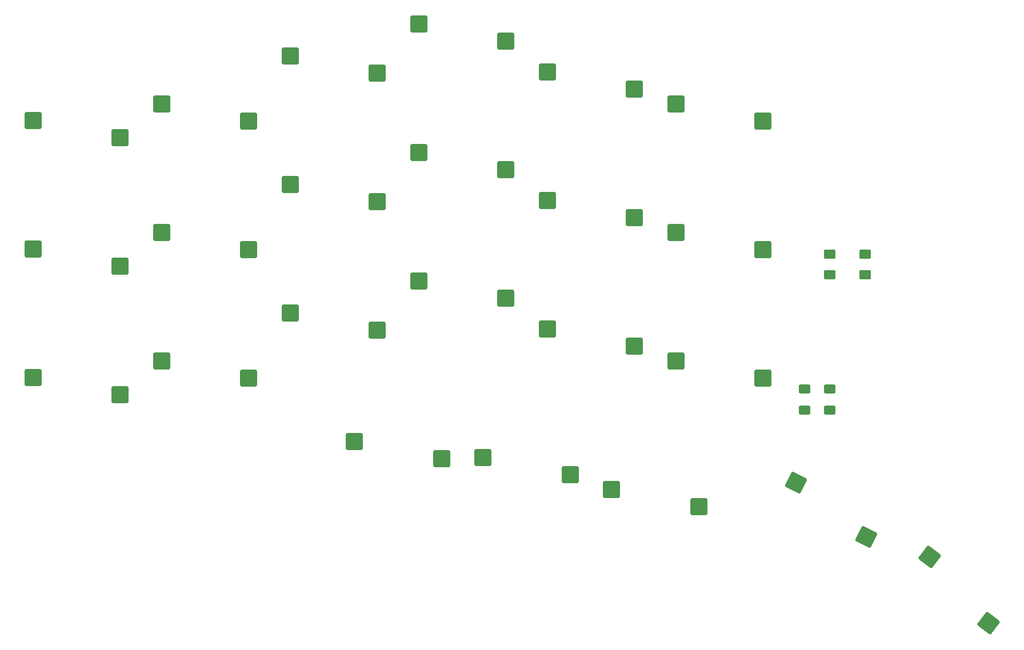
<source format=gbr>
%TF.GenerationSoftware,KiCad,Pcbnew,9.0.2*%
%TF.CreationDate,2025-07-01T22:27:43-10:00*%
%TF.ProjectId,jug,6a75672e-6b69-4636-9164-5f7063625858,rev?*%
%TF.SameCoordinates,Original*%
%TF.FileFunction,Paste,Top*%
%TF.FilePolarity,Positive*%
%FSLAX46Y46*%
G04 Gerber Fmt 4.6, Leading zero omitted, Abs format (unit mm)*
G04 Created by KiCad (PCBNEW 9.0.2) date 2025-07-01 22:27:43*
%MOMM*%
%LPD*%
G01*
G04 APERTURE LIST*
G04 Aperture macros list*
%AMRoundRect*
0 Rectangle with rounded corners*
0 $1 Rounding radius*
0 $2 $3 $4 $5 $6 $7 $8 $9 X,Y pos of 4 corners*
0 Add a 4 corners polygon primitive as box body*
4,1,4,$2,$3,$4,$5,$6,$7,$8,$9,$2,$3,0*
0 Add four circle primitives for the rounded corners*
1,1,$1+$1,$2,$3*
1,1,$1+$1,$4,$5*
1,1,$1+$1,$6,$7*
1,1,$1+$1,$8,$9*
0 Add four rect primitives between the rounded corners*
20,1,$1+$1,$2,$3,$4,$5,0*
20,1,$1+$1,$4,$5,$6,$7,0*
20,1,$1+$1,$6,$7,$8,$9,0*
20,1,$1+$1,$8,$9,$2,$3,0*%
G04 Aperture macros list end*
%ADD10RoundRect,0.250000X-1.025000X-1.000000X1.025000X-1.000000X1.025000X1.000000X-1.025000X1.000000X0*%
%ADD11RoundRect,0.250000X-0.625000X0.400000X-0.625000X-0.400000X0.625000X-0.400000X0.625000X0.400000X0*%
%ADD12RoundRect,0.250001X0.624999X-0.462499X0.624999X0.462499X-0.624999X0.462499X-0.624999X-0.462499X0*%
%ADD13RoundRect,0.250000X-1.363506X-0.437582X0.471110X-1.352287X1.363506X0.437582X-0.471110X1.352287X0*%
%ADD14RoundRect,0.250000X-1.421196X-0.175576X0.210608X-1.416428X1.421196X0.175576X-0.210608X1.416428X0*%
G04 APERTURE END LIST*
D10*
%TO.C,S21*%
X153547591Y-129639598D03*
X166474591Y-132179598D03*
%TD*%
%TO.C,S10*%
X124971991Y-79632299D03*
X137898991Y-82172299D03*
%TD*%
%TO.C,S11*%
X144022392Y-86776198D03*
X156949392Y-89316198D03*
%TD*%
%TO.C,S17*%
X144022392Y-105826598D03*
X156949392Y-108366598D03*
%TD*%
%TO.C,S19*%
X115446791Y-122495698D03*
X128373791Y-125035698D03*
%TD*%
%TO.C,S3*%
X105921591Y-65344498D03*
X118848591Y-67884498D03*
%TD*%
%TO.C,S1*%
X67820792Y-74869696D03*
X80747792Y-77409696D03*
%TD*%
D11*
%TO.C,R2*%
X185864393Y-114694797D03*
X185864393Y-117794799D03*
%TD*%
D10*
%TO.C,S8*%
X86871192Y-91538799D03*
X99798192Y-94078799D03*
%TD*%
%TO.C,S5*%
X144022393Y-67725798D03*
X156949393Y-70265798D03*
%TD*%
%TO.C,S6*%
X163072792Y-72488398D03*
X175999792Y-75028398D03*
%TD*%
%TO.C,S18*%
X163072792Y-110589198D03*
X175999792Y-113129198D03*
%TD*%
%TO.C,S20*%
X134497192Y-124876998D03*
X147424192Y-127416998D03*
%TD*%
%TO.C,S13*%
X67820792Y-112970498D03*
X80747792Y-115510498D03*
%TD*%
D12*
%TO.C,D25*%
X185864393Y-97732298D03*
X185864393Y-94757298D03*
%TD*%
D10*
%TO.C,S9*%
X105921592Y-84394898D03*
X118848592Y-86934898D03*
%TD*%
D13*
%TO.C,S22*%
X180874870Y-128564644D03*
X191310344Y-136605776D03*
%TD*%
D10*
%TO.C,S2*%
X86871191Y-72488397D03*
X99798191Y-75028397D03*
%TD*%
D12*
%TO.C,D27*%
X191114393Y-97732298D03*
X191114393Y-94757298D03*
%TD*%
D10*
%TO.C,S4*%
X124971993Y-60581899D03*
X137898993Y-63121899D03*
%TD*%
%TO.C,S14*%
X86871193Y-110589199D03*
X99798193Y-113129199D03*
%TD*%
%TO.C,S7*%
X67820791Y-93920098D03*
X80747791Y-96460098D03*
%TD*%
%TO.C,S15*%
X105921591Y-103445297D03*
X118848591Y-105985297D03*
%TD*%
D14*
%TO.C,S23*%
X200661042Y-139587777D03*
X209413513Y-149434259D03*
%TD*%
D10*
%TO.C,S12*%
X163072792Y-91538798D03*
X175999792Y-94078798D03*
%TD*%
%TO.C,S16*%
X124971992Y-98682699D03*
X137898992Y-101222699D03*
%TD*%
D11*
%TO.C,R4*%
X182114393Y-114694797D03*
X182114393Y-117794799D03*
%TD*%
M02*

</source>
